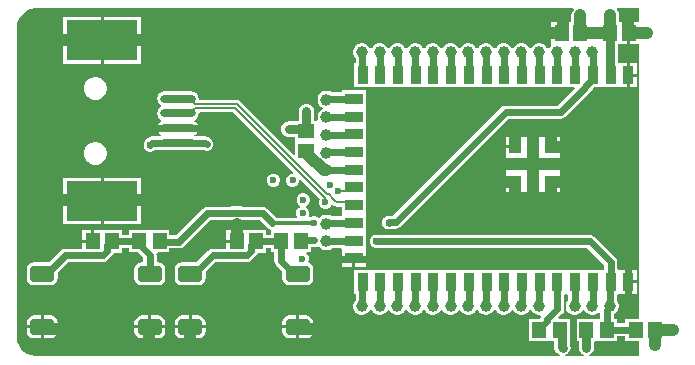
<source format=gtl>
G04*
G04 #@! TF.GenerationSoftware,Altium Limited,Altium Designer,22.10.1 (41)*
G04*
G04 Layer_Physical_Order=1*
G04 Layer_Color=255*
%FSLAX25Y25*%
%MOIN*%
G70*
G04*
G04 #@! TF.SameCoordinates,E8527AC8-6374-4482-B45D-AD16E201B1AE*
G04*
G04*
G04 #@! TF.FilePolarity,Positive*
G04*
G01*
G75*
%ADD16R,0.04331X0.04331*%
%ADD17R,0.05906X0.03543*%
%ADD18R,0.03543X0.05906*%
%ADD24R,0.05118X0.05512*%
%ADD25R,0.23779X0.13386*%
%ADD26O,0.11811X0.02756*%
%ADD27C,0.03937*%
%ADD28R,0.04528X0.05315*%
%ADD29R,0.05315X0.04528*%
G04:AMPARAMS|DCode=30|XSize=55.12mil|YSize=82.68mil|CornerRadius=13.78mil|HoleSize=0mil|Usage=FLASHONLY|Rotation=90.000|XOffset=0mil|YOffset=0mil|HoleType=Round|Shape=RoundedRectangle|*
%AMROUNDEDRECTD30*
21,1,0.05512,0.05512,0,0,90.0*
21,1,0.02756,0.08268,0,0,90.0*
1,1,0.02756,0.02756,0.01378*
1,1,0.02756,0.02756,-0.01378*
1,1,0.02756,-0.02756,-0.01378*
1,1,0.02756,-0.02756,0.01378*
%
%ADD30ROUNDEDRECTD30*%
%ADD31C,0.03937*%
%ADD32C,0.00826*%
%ADD33C,0.02362*%
%ADD34C,0.01181*%
%ADD35C,0.03150*%
%ADD36C,0.02362*%
G36*
X358108Y220783D02*
X355224D01*
Y217028D01*
Y213272D01*
X358108D01*
Y121866D01*
X353528D01*
Y120334D01*
X350705D01*
Y121768D01*
X349665D01*
Y123272D01*
X350248Y123609D01*
X350801Y124162D01*
X351191Y124838D01*
X351394Y125593D01*
Y126375D01*
X351191Y127130D01*
X350801Y127807D01*
X350747Y127860D01*
Y129788D01*
X351101Y130142D01*
X351756Y130142D01*
X351894Y130142D01*
X354028D01*
Y134095D01*
Y138047D01*
X351894D01*
X351756Y138047D01*
X351346D01*
X350846Y138265D01*
Y140649D01*
X350846Y140650D01*
X350677Y141501D01*
X350195Y142222D01*
X350195Y142222D01*
X343206Y149210D01*
X342485Y149692D01*
X341634Y149862D01*
X341634Y149862D01*
X270571D01*
X270356Y149819D01*
X270137D01*
X269935Y149735D01*
X269720Y149692D01*
X269538Y149571D01*
X269335Y149487D01*
X269180Y149332D01*
X268998Y149210D01*
X268877Y149028D01*
X268722Y148873D01*
X268638Y148671D01*
X268516Y148489D01*
X268474Y148274D01*
X268390Y148072D01*
Y147853D01*
X268347Y147638D01*
X268390Y147423D01*
Y147204D01*
X268474Y147002D01*
X268516Y146787D01*
X268638Y146605D01*
X268722Y146402D01*
X268877Y146247D01*
X268998Y146065D01*
X269180Y145944D01*
X269335Y145789D01*
X269538Y145705D01*
X269720Y145583D01*
X269935Y145540D01*
X270137Y145457D01*
X270356D01*
X270571Y145414D01*
X340713D01*
X346398Y139728D01*
Y138047D01*
X345850D01*
Y138047D01*
X345488D01*
Y138047D01*
X339945D01*
Y138047D01*
X339583D01*
Y138047D01*
X334177D01*
X334039Y138047D01*
X333677D01*
X333539Y138047D01*
X328134D01*
Y138047D01*
X327772D01*
Y138047D01*
X322228D01*
Y138047D01*
X321866D01*
Y138047D01*
X316323D01*
Y138047D01*
X315961D01*
Y138047D01*
X310417D01*
Y138047D01*
X310055D01*
Y138047D01*
X304512D01*
Y138047D01*
X304150D01*
Y138047D01*
X298606D01*
Y138047D01*
X298244D01*
Y138047D01*
X292701D01*
Y138047D01*
X292339D01*
Y138047D01*
X286795D01*
Y138047D01*
X286433D01*
Y138047D01*
X280890D01*
Y138047D01*
X280527D01*
Y138047D01*
X274984D01*
Y138047D01*
X274622D01*
Y138047D01*
X269079D01*
Y138047D01*
X268717D01*
Y138047D01*
X263173D01*
Y130142D01*
X263623D01*
Y128057D01*
X263373Y127807D01*
X262982Y127130D01*
X262779Y126375D01*
Y125593D01*
X262982Y124838D01*
X263373Y124162D01*
X263925Y123609D01*
X264602Y123218D01*
X265357Y123016D01*
X266139D01*
X266894Y123218D01*
X267571Y123609D01*
X268123Y124162D01*
X268424Y124683D01*
X268498Y124707D01*
X268904D01*
X268977Y124683D01*
X269278Y124162D01*
X269831Y123609D01*
X270508Y123218D01*
X271263Y123016D01*
X272044D01*
X272799Y123218D01*
X273476Y123609D01*
X274029Y124162D01*
X274330Y124683D01*
X274403Y124707D01*
X274809D01*
X274883Y124683D01*
X275184Y124162D01*
X275736Y123609D01*
X276413Y123218D01*
X277168Y123016D01*
X277950D01*
X278705Y123218D01*
X279382Y123609D01*
X279935Y124162D01*
X280236Y124683D01*
X280309Y124707D01*
X280715D01*
X280788Y124683D01*
X281089Y124162D01*
X281642Y123609D01*
X282319Y123218D01*
X283074Y123016D01*
X283855D01*
X284610Y123218D01*
X285287Y123609D01*
X285840Y124162D01*
X286141Y124683D01*
X286214Y124707D01*
X286620D01*
X286694Y124683D01*
X286995Y124162D01*
X287547Y123609D01*
X288224Y123218D01*
X288979Y123016D01*
X289761D01*
X290516Y123218D01*
X291193Y123609D01*
X291745Y124162D01*
X292046Y124683D01*
X292120Y124707D01*
X292526D01*
X292599Y124683D01*
X292900Y124162D01*
X293453Y123609D01*
X294130Y123218D01*
X294885Y123016D01*
X295666D01*
X296421Y123218D01*
X297098Y123609D01*
X297651Y124162D01*
X297952Y124683D01*
X298025Y124707D01*
X298431D01*
X298505Y124683D01*
X298806Y124162D01*
X299358Y123609D01*
X300035Y123218D01*
X300790Y123016D01*
X301572D01*
X302327Y123218D01*
X303004Y123609D01*
X303556Y124162D01*
X303857Y124683D01*
X303931Y124707D01*
X304337D01*
X304410Y124683D01*
X304711Y124162D01*
X305264Y123609D01*
X305941Y123218D01*
X306696Y123016D01*
X307477D01*
X308232Y123218D01*
X308909Y123609D01*
X309462Y124162D01*
X309763Y124683D01*
X309836Y124707D01*
X310243D01*
X310316Y124683D01*
X310617Y124162D01*
X311169Y123609D01*
X311846Y123218D01*
X312601Y123016D01*
X313383D01*
X314138Y123218D01*
X314815Y123609D01*
X315368Y124162D01*
X315669Y124683D01*
X315742Y124707D01*
X316148D01*
X316221Y124683D01*
X316522Y124162D01*
X317075Y123609D01*
X317752Y123218D01*
X318507Y123016D01*
X319288D01*
X320043Y123218D01*
X320720Y123609D01*
X321273Y124162D01*
X321574Y124683D01*
X321647Y124707D01*
X322054D01*
X322127Y124683D01*
X322428Y124162D01*
X322980Y123609D01*
X323657Y123218D01*
X324412Y123016D01*
X325194D01*
X325504Y122581D01*
X325406Y122434D01*
X325361Y122207D01*
X324922Y121768D01*
X321539D01*
Y114453D01*
X327929D01*
X328067Y114453D01*
Y114453D01*
X328429D01*
Y114453D01*
X329785D01*
Y112500D01*
X329873Y111828D01*
X330133Y111202D01*
X330545Y110664D01*
X330841Y110368D01*
X331379Y109956D01*
X331785Y109787D01*
X331686Y109287D01*
X156805D01*
X155481Y109551D01*
X154234Y110067D01*
X153111Y110818D01*
X152156Y111772D01*
X151406Y112895D01*
X150889Y114142D01*
X150626Y115467D01*
Y116142D01*
Y218504D01*
Y219179D01*
X150889Y220503D01*
X151406Y221751D01*
X152156Y222873D01*
X153111Y223828D01*
X154234Y224578D01*
X155481Y225095D01*
X156805Y225358D01*
X336075D01*
X336318Y224858D01*
X335990Y224430D01*
X335691Y223708D01*
X335589Y222933D01*
Y220783D01*
X332784D01*
Y217028D01*
X332283D01*
Y216528D01*
X328724D01*
Y213272D01*
X328724Y213272D01*
X328724D01*
X328673Y212793D01*
X328333Y212453D01*
X328032Y211931D01*
X327959Y211907D01*
X327553D01*
X327480Y211931D01*
X327179Y212453D01*
X326626Y213005D01*
X325949Y213396D01*
X325194Y213598D01*
X324412D01*
X323657Y213396D01*
X322980Y213005D01*
X322428Y212453D01*
X322127Y211931D01*
X322054Y211907D01*
X321647D01*
X321574Y211931D01*
X321273Y212453D01*
X320720Y213005D01*
X320043Y213396D01*
X319288Y213598D01*
X318507D01*
X317752Y213396D01*
X317075Y213005D01*
X316522Y212453D01*
X316221Y211931D01*
X316148Y211907D01*
X315742D01*
X315669Y211931D01*
X315368Y212453D01*
X314815Y213005D01*
X314138Y213396D01*
X313383Y213598D01*
X312601D01*
X311846Y213396D01*
X311169Y213005D01*
X310617Y212453D01*
X310316Y211931D01*
X310243Y211907D01*
X309836D01*
X309763Y211931D01*
X309462Y212453D01*
X308909Y213005D01*
X308232Y213396D01*
X307477Y213598D01*
X306696D01*
X305941Y213396D01*
X305264Y213005D01*
X304711Y212453D01*
X304410Y211931D01*
X304337Y211907D01*
X303931D01*
X303857Y211931D01*
X303556Y212453D01*
X303004Y213005D01*
X302327Y213396D01*
X301572Y213598D01*
X300790D01*
X300035Y213396D01*
X299358Y213005D01*
X298806Y212453D01*
X298505Y211931D01*
X298431Y211907D01*
X298025D01*
X297952Y211931D01*
X297651Y212453D01*
X297098Y213005D01*
X296421Y213396D01*
X295666Y213598D01*
X294885D01*
X294130Y213396D01*
X293453Y213005D01*
X292900Y212453D01*
X292599Y211931D01*
X292526Y211907D01*
X292120D01*
X292046Y211931D01*
X291745Y212453D01*
X291193Y213005D01*
X290516Y213396D01*
X289761Y213598D01*
X288979D01*
X288224Y213396D01*
X287547Y213005D01*
X286995Y212453D01*
X286694Y211931D01*
X286620Y211907D01*
X286214D01*
X286141Y211931D01*
X285840Y212453D01*
X285287Y213005D01*
X284610Y213396D01*
X283855Y213598D01*
X283074D01*
X282319Y213396D01*
X281642Y213005D01*
X281089Y212453D01*
X280788Y211931D01*
X280715Y211907D01*
X280309D01*
X280236Y211931D01*
X279935Y212453D01*
X279382Y213005D01*
X278705Y213396D01*
X277950Y213598D01*
X277168D01*
X276413Y213396D01*
X275736Y213005D01*
X275184Y212453D01*
X274883Y211931D01*
X274809Y211907D01*
X274403D01*
X274330Y211931D01*
X274029Y212453D01*
X273476Y213005D01*
X272799Y213396D01*
X272044Y213598D01*
X271263D01*
X270508Y213396D01*
X269831Y213005D01*
X269278Y212453D01*
X268977Y211931D01*
X268904Y211907D01*
X268498D01*
X268424Y211931D01*
X268123Y212453D01*
X267571Y213005D01*
X266894Y213396D01*
X266139Y213598D01*
X265357D01*
X264602Y213396D01*
X263925Y213005D01*
X263373Y212453D01*
X262982Y211776D01*
X262779Y211021D01*
Y210239D01*
X262982Y209484D01*
X263373Y208807D01*
X263623Y208557D01*
Y206945D01*
X263173D01*
Y199039D01*
X268717D01*
Y199039D01*
X269079D01*
Y199039D01*
X274622D01*
Y199039D01*
X274984D01*
Y199039D01*
X280527D01*
Y199039D01*
X280890D01*
Y199039D01*
X286433D01*
Y199039D01*
X286795D01*
Y199039D01*
X292339D01*
Y199039D01*
X292701D01*
Y199039D01*
X298244D01*
Y199039D01*
X298606D01*
Y199039D01*
X304150D01*
Y199039D01*
X304512D01*
Y199039D01*
X310055D01*
Y199039D01*
X310417D01*
Y199039D01*
X315961D01*
Y199039D01*
X316323D01*
Y199039D01*
X321866D01*
Y199039D01*
X322228D01*
Y199039D01*
X327772D01*
Y199039D01*
X328134D01*
Y199039D01*
X333677D01*
Y199039D01*
X334039D01*
Y199039D01*
X336568D01*
X336760Y198577D01*
X331056Y192873D01*
X313681D01*
X313681Y192874D01*
X312830Y192704D01*
X312109Y192222D01*
X312109Y192222D01*
X276047Y156161D01*
X274705D01*
X274705Y156161D01*
X273854Y155992D01*
X273445Y155718D01*
X273371Y155688D01*
X273314Y155631D01*
X273132Y155509D01*
X273132Y155509D01*
X273034Y155411D01*
X272912Y155229D01*
X272757Y155074D01*
X272673Y154872D01*
X272552Y154690D01*
X272509Y154475D01*
X272425Y154272D01*
Y154053D01*
X272382Y153839D01*
X272425Y153624D01*
Y153405D01*
X272509Y153202D01*
X272552Y152988D01*
X272673Y152805D01*
X272757Y152603D01*
X272912Y152448D01*
X273034Y152266D01*
X273216Y152144D01*
X273371Y151989D01*
X273573Y151906D01*
X273755Y151784D01*
X273970Y151741D01*
X274172Y151657D01*
X274391D01*
X274606Y151615D01*
X274821Y151657D01*
X275040D01*
X275175Y151713D01*
X276968D01*
X276969Y151713D01*
X277819Y151883D01*
X278541Y152365D01*
X314602Y188426D01*
X331977D01*
X331977Y188426D01*
X332828Y188595D01*
X333549Y189077D01*
X342124Y197652D01*
X342124Y197652D01*
X342606Y198373D01*
X342651Y198600D01*
X343090Y199039D01*
X345488D01*
Y199039D01*
X345850D01*
Y199039D01*
X351256D01*
X351394Y199039D01*
X351756D01*
X351894Y199039D01*
X354028D01*
Y202992D01*
Y206945D01*
X351474Y206945D01*
X351121Y207298D01*
Y213272D01*
X354224D01*
Y217028D01*
Y220783D01*
X351419D01*
Y222933D01*
X351317Y223708D01*
X351018Y224430D01*
X350690Y224858D01*
X350932Y225358D01*
X358108D01*
Y220783D01*
D02*
G37*
G36*
X334039Y130142D02*
X334489Y129771D01*
Y128057D01*
X334239Y127807D01*
X333848Y127130D01*
X333646Y126375D01*
Y125593D01*
X333848Y124838D01*
X334239Y124162D01*
X334791Y123609D01*
X335468Y123218D01*
X336223Y123016D01*
X337005D01*
X337760Y123218D01*
X338437Y123609D01*
X338990Y124162D01*
X339291Y124683D01*
X339364Y124707D01*
X339770D01*
X339843Y124683D01*
X340144Y124162D01*
X340697Y123609D01*
X341374Y123218D01*
X342129Y123016D01*
X342911D01*
X343666Y123218D01*
X344342Y123609D01*
X344717Y123984D01*
X345217Y123776D01*
Y121768D01*
X344315D01*
X344177Y121768D01*
X343815D01*
X343677Y121768D01*
X337287D01*
Y114453D01*
X337954D01*
Y112205D01*
X338043Y111533D01*
X338302Y110906D01*
X338715Y110368D01*
X339253Y109956D01*
X339659Y109787D01*
X339560Y109287D01*
X333669D01*
X333569Y109787D01*
X333976Y109956D01*
X334513Y110368D01*
X334926Y110906D01*
X335186Y111533D01*
X335274Y112205D01*
X335186Y112877D01*
X334979Y113376D01*
Y117421D01*
X334957Y117590D01*
Y121768D01*
X331444D01*
X331252Y122230D01*
X332478Y123456D01*
X332960Y124177D01*
X333129Y125028D01*
X333129Y125028D01*
Y129788D01*
X333483Y130142D01*
X334039Y130142D01*
D02*
G37*
G36*
X353528Y114354D02*
X358108D01*
Y109287D01*
X341543D01*
X341443Y109787D01*
X341850Y109956D01*
X342388Y110368D01*
X342800Y110906D01*
X343060Y111533D01*
X343148Y112205D01*
Y114099D01*
X343502Y114453D01*
X344177Y114453D01*
X344315Y114453D01*
X350705D01*
Y115886D01*
X353528D01*
Y114354D01*
D02*
G37*
%LPC*%
G36*
X331784Y220783D02*
X328724D01*
Y217528D01*
X331784D01*
Y220783D01*
D02*
G37*
G36*
X192024Y222260D02*
X179634D01*
Y215067D01*
X192024D01*
Y222260D01*
D02*
G37*
G36*
X178634D02*
X166244D01*
Y215067D01*
X178634D01*
Y222260D01*
D02*
G37*
G36*
X192024Y214067D02*
X179634D01*
Y206874D01*
X192024D01*
Y214067D01*
D02*
G37*
G36*
X178634D02*
X166244D01*
Y206874D01*
X178634D01*
Y214067D01*
D02*
G37*
G36*
X355028Y206945D02*
Y203492D01*
X357299D01*
Y206945D01*
X355028D01*
D02*
G37*
G36*
X357299Y202492D02*
X355028D01*
Y199039D01*
X357299D01*
Y202492D01*
D02*
G37*
G36*
X266945Y197890D02*
X259039D01*
Y197224D01*
X255793D01*
X255760Y197257D01*
X255083Y197648D01*
X254328Y197850D01*
X253546D01*
X252791Y197648D01*
X252114Y197257D01*
X251562Y196705D01*
X251171Y196028D01*
X250969Y195273D01*
Y194491D01*
X251171Y193736D01*
X251562Y193059D01*
X252114Y192507D01*
X252636Y192206D01*
X252660Y192132D01*
Y191726D01*
X252636Y191653D01*
X252114Y191352D01*
X251562Y190799D01*
X251171Y190122D01*
X250969Y189367D01*
Y188586D01*
X251060Y188246D01*
X250658Y187811D01*
X249841D01*
Y190945D01*
X249753Y191617D01*
X249493Y192243D01*
X249080Y192781D01*
X248543Y193194D01*
X247916Y193453D01*
X247244Y193542D01*
X246572Y193453D01*
X245946Y193194D01*
X245408Y192781D01*
X244995Y192243D01*
X244736Y191617D01*
X244647Y190945D01*
Y187811D01*
X243587D01*
Y187636D01*
X241339D01*
X240666Y187548D01*
X240040Y187288D01*
X239502Y186876D01*
X239089Y186338D01*
X238830Y185712D01*
X238742Y185039D01*
X238830Y184367D01*
X239089Y183741D01*
X239502Y183203D01*
X240040Y182790D01*
X240666Y182531D01*
X241339Y182442D01*
X243587D01*
Y181421D01*
X243587Y181283D01*
Y180921D01*
X243587Y180783D01*
Y176427D01*
X243125Y176236D01*
X224962Y194399D01*
X224495Y194711D01*
X223943Y194821D01*
X223943Y194821D01*
X211654D01*
X211362Y195177D01*
X211177Y196105D01*
X210651Y196892D01*
X209865Y197417D01*
X208937Y197602D01*
X199882D01*
X198954Y197417D01*
X198168Y196892D01*
X197642Y196105D01*
X197457Y195177D01*
X197642Y194249D01*
X198168Y193463D01*
X198875Y192990D01*
X198919Y192717D01*
X198875Y192443D01*
X198168Y191970D01*
X197642Y191184D01*
X197457Y190256D01*
X197642Y189328D01*
X198168Y188541D01*
X198875Y188069D01*
X198919Y187795D01*
X198875Y187522D01*
X198168Y187049D01*
X197642Y186263D01*
X197557Y185835D01*
X204409D01*
X211262D01*
X211177Y186263D01*
X210651Y187049D01*
X209944Y187522D01*
X209900Y187795D01*
X209944Y188069D01*
X210651Y188541D01*
X211177Y189328D01*
X211362Y190256D01*
X211654Y190612D01*
X222797D01*
X242815Y170595D01*
X242608Y170095D01*
X242184D01*
X241383Y169762D01*
X240769Y169149D01*
X240437Y168347D01*
Y167480D01*
X240769Y166678D01*
X241383Y166064D01*
X242184Y165732D01*
X243052D01*
X243854Y166064D01*
X244467Y166678D01*
X244799Y167480D01*
Y167903D01*
X245299Y168110D01*
X251621Y161788D01*
X251362Y161162D01*
Y160294D01*
X251694Y159493D01*
X252308Y158879D01*
X253110Y158547D01*
X253977D01*
X254779Y158879D01*
X255392Y159493D01*
X255506Y159766D01*
X255984Y159912D01*
X256070Y159854D01*
X256211Y159826D01*
X256497Y159541D01*
X256497Y159541D01*
X256964Y159228D01*
X257516Y159118D01*
X257516Y159118D01*
X259039D01*
Y157051D01*
X259039Y156913D01*
Y156551D01*
X259039Y156413D01*
Y155885D01*
X255793D01*
X255760Y155919D01*
X255083Y156309D01*
X254328Y156512D01*
X253546D01*
X252791Y156309D01*
X252114Y155919D01*
X251562Y155366D01*
X251296Y155331D01*
X251028Y155600D01*
X250226Y155932D01*
X249359D01*
X248557Y155600D01*
X248540Y155583D01*
X248268Y155623D01*
X247979Y156153D01*
X248146Y156554D01*
Y157422D01*
X247814Y158224D01*
X247200Y158837D01*
X247069Y158891D01*
Y159433D01*
X247397Y159568D01*
X248010Y160182D01*
X248342Y160984D01*
Y161851D01*
X248010Y162653D01*
X247397Y163266D01*
X246595Y163598D01*
X245728D01*
X244926Y163266D01*
X244312Y162653D01*
X243980Y161851D01*
Y160984D01*
X244312Y160182D01*
X244926Y159568D01*
X245057Y159514D01*
Y158973D01*
X244729Y158837D01*
X244115Y158224D01*
X243783Y157422D01*
Y156554D01*
X244066Y155872D01*
X243843Y155372D01*
X237296D01*
X234191Y158478D01*
X233469Y158960D01*
X232618Y159129D01*
X232618Y159129D01*
X226180D01*
X225467Y159271D01*
X225467Y159271D01*
X222564D01*
X222564Y159271D01*
X221852Y159129D01*
X214189D01*
X214189Y159129D01*
X213338Y158960D01*
X212616Y158478D01*
X212616Y158478D01*
X203902Y149763D01*
X201591D01*
Y151295D01*
X195063D01*
X195063Y151295D01*
X194701D01*
Y151295D01*
X194563Y151295D01*
X188173D01*
Y149862D01*
X185843D01*
Y151394D01*
X176484D01*
Y147638D01*
X175984D01*
Y147138D01*
X172425D01*
Y145137D01*
X166732D01*
X166732Y145137D01*
X165881Y144968D01*
X165160Y144486D01*
X161287Y140613D01*
X156496D01*
X155568Y140429D01*
X154782Y139903D01*
X154256Y139117D01*
X154071Y138189D01*
Y135433D01*
X154256Y134505D01*
X154782Y133719D01*
X155568Y133193D01*
X156496Y133009D01*
X162008D01*
X162936Y133193D01*
X163722Y133719D01*
X164248Y134505D01*
X164432Y135433D01*
Y137469D01*
X167653Y140690D01*
X179359D01*
X179359Y140690D01*
X180210Y140859D01*
X180931Y141341D01*
X182478Y142888D01*
X182478Y142888D01*
X182960Y143609D01*
X183014Y143882D01*
X185843D01*
Y145414D01*
X188173D01*
Y143980D01*
X191064D01*
X192855Y142189D01*
Y140613D01*
X192323D01*
X191395Y140429D01*
X190608Y139903D01*
X190083Y139117D01*
X189898Y138189D01*
Y135433D01*
X190083Y134505D01*
X190608Y133719D01*
X191395Y133193D01*
X192323Y133009D01*
X197835D01*
X198763Y133193D01*
X199549Y133719D01*
X200075Y134505D01*
X200259Y135433D01*
Y138189D01*
X200075Y139117D01*
X199549Y139903D01*
X198763Y140429D01*
X197835Y140613D01*
X197303D01*
Y143110D01*
X197229Y143480D01*
X197639Y143980D01*
X201591D01*
Y145316D01*
X204823D01*
X204823Y145316D01*
X205674Y145485D01*
X206395Y145967D01*
X215110Y154682D01*
X222423D01*
X222423Y154682D01*
X223135Y154823D01*
X224896D01*
X225609Y154682D01*
X225609Y154682D01*
X231697D01*
X234201Y152178D01*
X234922Y151696D01*
X235095Y151662D01*
X235417Y151295D01*
X235417Y151228D01*
Y149862D01*
X233874D01*
Y151394D01*
X224516D01*
Y147638D01*
X224016D01*
Y147138D01*
X220457D01*
Y145137D01*
X215945D01*
X215945Y145137D01*
X215094Y144968D01*
X214372Y144486D01*
X210500Y140613D01*
X205709D01*
X204781Y140429D01*
X203994Y139903D01*
X203469Y139117D01*
X203284Y138189D01*
Y135433D01*
X203469Y134505D01*
X203994Y133719D01*
X204781Y133193D01*
X205709Y133009D01*
X211221D01*
X212148Y133193D01*
X212935Y133719D01*
X213460Y134505D01*
X213645Y135433D01*
Y137469D01*
X216866Y140690D01*
X227390D01*
X227390Y140690D01*
X228241Y140859D01*
X228963Y141341D01*
X230509Y142888D01*
X230509Y142888D01*
X230992Y143609D01*
X231046Y143882D01*
X233874D01*
Y145414D01*
X235417D01*
Y143980D01*
X236457D01*
Y141150D01*
X236457Y141150D01*
X236627Y140299D01*
X237109Y139577D01*
X239111Y137575D01*
Y135433D01*
X239295Y134505D01*
X239821Y133719D01*
X240608Y133193D01*
X241535Y133009D01*
X247047D01*
X247975Y133193D01*
X248762Y133719D01*
X249287Y134505D01*
X249472Y135433D01*
Y138189D01*
X249287Y139117D01*
X248762Y139903D01*
X247975Y140429D01*
X247776Y140979D01*
X247949Y141397D01*
Y142265D01*
X247617Y143066D01*
X247203Y143480D01*
X247410Y143980D01*
X248835D01*
Y145681D01*
X249796D01*
X250011Y145724D01*
X250230D01*
X250432Y145808D01*
X250647Y145850D01*
X250829Y145972D01*
X251031Y146056D01*
X251538Y145856D01*
X251562Y145815D01*
X252114Y145262D01*
X252791Y144872D01*
X253546Y144669D01*
X254328D01*
X255083Y144872D01*
X255760Y145262D01*
X256029Y145532D01*
X258686D01*
X259039Y145178D01*
X259039Y144740D01*
X259039Y144602D01*
Y142469D01*
X262992D01*
X266945D01*
Y144602D01*
X266945Y144740D01*
Y145102D01*
X266945Y145240D01*
Y150646D01*
X266945D01*
Y151008D01*
X266945D01*
Y156413D01*
X266945Y156551D01*
Y156913D01*
X266945Y157051D01*
Y162457D01*
X266945Y162457D01*
Y162819D01*
X266945D01*
X266945Y162957D01*
Y168362D01*
X266945D01*
Y168724D01*
X266945D01*
Y174268D01*
X266945D01*
Y174630D01*
X266945D01*
Y180173D01*
X266945D01*
Y180535D01*
X266945D01*
Y186079D01*
X266945D01*
Y186441D01*
X266945D01*
Y191984D01*
X266945D01*
Y192347D01*
X266945D01*
Y197890D01*
D02*
G37*
G36*
X177345Y202378D02*
X176356D01*
X175401Y202122D01*
X174544Y201627D01*
X173845Y200928D01*
X173351Y200072D01*
X173094Y199117D01*
Y198128D01*
X173351Y197172D01*
X173845Y196316D01*
X174544Y195617D01*
X175401Y195122D01*
X176356Y194866D01*
X177345D01*
X178300Y195122D01*
X179157Y195617D01*
X179856Y196316D01*
X180350Y197172D01*
X180606Y198128D01*
Y199117D01*
X180350Y200072D01*
X179856Y200928D01*
X179157Y201627D01*
X178300Y202122D01*
X177345Y202378D01*
D02*
G37*
G36*
X211262Y184835D02*
X204409D01*
X197557D01*
X197642Y184407D01*
X198168Y183620D01*
X198555Y183361D01*
X198676Y182716D01*
X198568Y182562D01*
X195791D01*
X195791Y182562D01*
X194940Y182393D01*
X194218Y181911D01*
X194218Y181911D01*
X193605Y181297D01*
X193483Y181115D01*
X193328Y180960D01*
X193244Y180757D01*
X193123Y180575D01*
X193080Y180361D01*
X192996Y180158D01*
Y179939D01*
X192953Y179724D01*
X192996Y179510D01*
Y179291D01*
X193080Y179088D01*
X193123Y178873D01*
X193244Y178691D01*
X193328Y178489D01*
X193483Y178334D01*
X193605Y178152D01*
X193787Y178030D01*
X193942Y177875D01*
X194144Y177792D01*
X194326Y177670D01*
X194541Y177627D01*
X194743Y177543D01*
X194962D01*
X195177Y177501D01*
X195392Y177543D01*
X195611D01*
X195813Y177627D01*
X196028Y177670D01*
X196210Y177792D01*
X196413Y177875D01*
X196567Y178030D01*
X196693Y178114D01*
X199252D01*
X199882Y177989D01*
X208937D01*
X209865Y178173D01*
X209889Y178190D01*
X212722D01*
X212749Y178163D01*
X212951Y178079D01*
X213133Y177957D01*
X213348Y177915D01*
X213550Y177831D01*
X213769D01*
X213984Y177788D01*
X214199Y177831D01*
X214418D01*
X214620Y177915D01*
X214835Y177957D01*
X215017Y178079D01*
X215220Y178163D01*
X215375Y178318D01*
X215557Y178439D01*
X215678Y178621D01*
X215833Y178776D01*
X215917Y178979D01*
X216039Y179161D01*
X216082Y179376D01*
X216165Y179578D01*
Y179797D01*
X216208Y180012D01*
X216165Y180227D01*
Y180446D01*
X216082Y180648D01*
X216039Y180863D01*
X215917Y181045D01*
X215833Y181247D01*
X215678Y181402D01*
X215557Y181584D01*
X215155Y181986D01*
X214434Y182468D01*
X213583Y182637D01*
X213583Y182637D01*
X210164D01*
X209937Y183106D01*
X209944Y183148D01*
X210651Y183620D01*
X211177Y184407D01*
X211262Y184835D01*
D02*
G37*
G36*
X331906Y182299D02*
X329240D01*
Y179634D01*
X331906D01*
Y182299D01*
D02*
G37*
G36*
X316429D02*
X313764D01*
Y179634D01*
X316429D01*
Y182299D01*
D02*
G37*
G36*
X328240D02*
X323335D01*
Y179134D01*
X322335D01*
Y182299D01*
X317429D01*
Y179134D01*
X316929D01*
Y178634D01*
X313764D01*
Y175969D01*
Y173728D01*
X316929D01*
Y172728D01*
X313764D01*
Y170063D01*
Y167823D01*
X316929D01*
Y167323D01*
X317429D01*
Y164157D01*
X322335D01*
Y167323D01*
X323335D01*
Y164157D01*
X328240D01*
Y167323D01*
X328740D01*
Y167823D01*
X331906D01*
Y170063D01*
Y172728D01*
X328740D01*
Y173728D01*
X331906D01*
Y175969D01*
Y178634D01*
X328740D01*
Y179134D01*
X328240D01*
Y182299D01*
D02*
G37*
G36*
X177345Y180724D02*
X176356D01*
X175401Y180468D01*
X174544Y179974D01*
X173845Y179275D01*
X173351Y178418D01*
X173094Y177463D01*
Y176474D01*
X173351Y175519D01*
X173845Y174662D01*
X174544Y173963D01*
X175401Y173469D01*
X176356Y173213D01*
X177345D01*
X178300Y173469D01*
X179157Y173963D01*
X179856Y174662D01*
X180350Y175519D01*
X180606Y176474D01*
Y177463D01*
X180350Y178418D01*
X179856Y179275D01*
X179157Y179974D01*
X178300Y180468D01*
X177345Y180724D01*
D02*
G37*
G36*
X236654Y170193D02*
X235787D01*
X234985Y169861D01*
X234371Y169247D01*
X234039Y168446D01*
Y167578D01*
X234371Y166776D01*
X234985Y166163D01*
X235787Y165831D01*
X236654D01*
X237456Y166163D01*
X238070Y166776D01*
X238402Y167578D01*
Y168446D01*
X238070Y169247D01*
X237456Y169861D01*
X236654Y170193D01*
D02*
G37*
G36*
X331906Y166823D02*
X329240D01*
Y164157D01*
X331906D01*
Y166823D01*
D02*
G37*
G36*
X316429D02*
X313764D01*
Y164157D01*
X316429D01*
Y166823D01*
D02*
G37*
G36*
X192024Y168717D02*
X179634D01*
Y161524D01*
X192024D01*
Y168717D01*
D02*
G37*
G36*
X178634D02*
X166244D01*
Y161524D01*
X178634D01*
Y168717D01*
D02*
G37*
G36*
X192024Y160524D02*
X179634D01*
Y153331D01*
X192024D01*
Y160524D01*
D02*
G37*
G36*
X178634D02*
X166244D01*
Y153331D01*
X178634D01*
Y160524D01*
D02*
G37*
G36*
X175484Y151394D02*
X172425D01*
Y148138D01*
X175484D01*
Y151394D01*
D02*
G37*
G36*
X223516D02*
X220457D01*
Y148138D01*
X223516D01*
Y151394D01*
D02*
G37*
G36*
X266945Y141469D02*
X263492D01*
Y139197D01*
X266945D01*
Y141469D01*
D02*
G37*
G36*
X262492D02*
X259039D01*
Y139197D01*
X262492D01*
Y141469D01*
D02*
G37*
G36*
X355028Y138047D02*
Y134595D01*
X357299D01*
Y138047D01*
X355028D01*
D02*
G37*
G36*
X357299Y133595D02*
X355028D01*
Y130142D01*
X357299D01*
Y133595D01*
D02*
G37*
G36*
X247047Y122897D02*
X244791D01*
Y119595D01*
X249472D01*
Y120472D01*
X249287Y121400D01*
X248762Y122187D01*
X247975Y122712D01*
X247047Y122897D01*
D02*
G37*
G36*
X211221D02*
X208965D01*
Y119595D01*
X213645D01*
Y120472D01*
X213460Y121400D01*
X212935Y122187D01*
X212148Y122712D01*
X211221Y122897D01*
D02*
G37*
G36*
X197835D02*
X195579D01*
Y119595D01*
X200259D01*
Y120472D01*
X200075Y121400D01*
X199549Y122187D01*
X198763Y122712D01*
X197835Y122897D01*
D02*
G37*
G36*
X162008D02*
X159752D01*
Y119595D01*
X164432D01*
Y120472D01*
X164248Y121400D01*
X163722Y122187D01*
X162936Y122712D01*
X162008Y122897D01*
D02*
G37*
G36*
X243791D02*
X241535D01*
X240608Y122712D01*
X239821Y122187D01*
X239295Y121400D01*
X239111Y120472D01*
Y119595D01*
X243791D01*
Y122897D01*
D02*
G37*
G36*
X207965D02*
X205709D01*
X204781Y122712D01*
X203994Y122187D01*
X203469Y121400D01*
X203284Y120472D01*
Y119595D01*
X207965D01*
Y122897D01*
D02*
G37*
G36*
X194579D02*
X192323D01*
X191395Y122712D01*
X190608Y122187D01*
X190083Y121400D01*
X189898Y120472D01*
Y119595D01*
X194579D01*
Y122897D01*
D02*
G37*
G36*
X158752D02*
X156496D01*
X155568Y122712D01*
X154782Y122187D01*
X154256Y121400D01*
X154071Y120472D01*
Y119595D01*
X158752D01*
Y122897D01*
D02*
G37*
G36*
X249472Y118595D02*
X244791D01*
Y115292D01*
X247047D01*
X247975Y115477D01*
X248762Y116002D01*
X249287Y116789D01*
X249472Y117717D01*
Y118595D01*
D02*
G37*
G36*
X243791D02*
X239111D01*
Y117717D01*
X239295Y116789D01*
X239821Y116002D01*
X240608Y115477D01*
X241535Y115292D01*
X243791D01*
Y118595D01*
D02*
G37*
G36*
X213645D02*
X208965D01*
Y115292D01*
X211221D01*
X212148Y115477D01*
X212935Y116002D01*
X213460Y116789D01*
X213645Y117717D01*
Y118595D01*
D02*
G37*
G36*
X207965D02*
X203284D01*
Y117717D01*
X203469Y116789D01*
X203994Y116002D01*
X204781Y115477D01*
X205709Y115292D01*
X207965D01*
Y118595D01*
D02*
G37*
G36*
X200259D02*
X195579D01*
Y115292D01*
X197835D01*
X198763Y115477D01*
X199549Y116002D01*
X200075Y116789D01*
X200259Y117717D01*
Y118595D01*
D02*
G37*
G36*
X194579D02*
X189898D01*
Y117717D01*
X190083Y116789D01*
X190608Y116002D01*
X191395Y115477D01*
X192323Y115292D01*
X194579D01*
Y118595D01*
D02*
G37*
G36*
X164432D02*
X159752D01*
Y115292D01*
X162008D01*
X162936Y115477D01*
X163722Y116002D01*
X164248Y116789D01*
X164432Y117717D01*
Y118595D01*
D02*
G37*
G36*
X158752D02*
X154071D01*
Y117717D01*
X154256Y116789D01*
X154782Y116002D01*
X155568Y115477D01*
X156496Y115292D01*
X158752D01*
Y118595D01*
D02*
G37*
%LPD*%
D16*
X316929Y167323D02*
D03*
Y173228D02*
D03*
Y179134D02*
D03*
X322835Y167323D02*
D03*
Y173228D02*
D03*
Y179134D02*
D03*
X328740Y167323D02*
D03*
Y173228D02*
D03*
Y179134D02*
D03*
D17*
X262992Y141969D02*
D03*
Y147874D02*
D03*
Y153779D02*
D03*
Y159685D02*
D03*
Y165591D02*
D03*
Y171496D02*
D03*
Y177402D02*
D03*
Y183307D02*
D03*
Y189213D02*
D03*
Y195118D02*
D03*
D18*
X354528Y134095D02*
D03*
X348622D02*
D03*
X342717D02*
D03*
X336811D02*
D03*
X330906D02*
D03*
X325000D02*
D03*
X319094D02*
D03*
X313189D02*
D03*
X307283D02*
D03*
X301378D02*
D03*
X295472D02*
D03*
X289567D02*
D03*
X283661D02*
D03*
X277756D02*
D03*
X271850D02*
D03*
X265945D02*
D03*
Y202992D02*
D03*
X271850D02*
D03*
X277756D02*
D03*
X283661D02*
D03*
X289567D02*
D03*
X295472D02*
D03*
X301378D02*
D03*
X307283D02*
D03*
X313189D02*
D03*
X319094D02*
D03*
X325000D02*
D03*
X330906D02*
D03*
X336811D02*
D03*
X342717D02*
D03*
X348622D02*
D03*
X354528D02*
D03*
D24*
X175984Y147638D02*
D03*
X182283D02*
D03*
X224016D02*
D03*
X230315D02*
D03*
X357087Y118110D02*
D03*
X363386D02*
D03*
X348425Y217028D02*
D03*
X354724D02*
D03*
X338583D02*
D03*
X332283D02*
D03*
D25*
X179134Y161024D02*
D03*
Y214567D02*
D03*
D26*
X204409Y185335D02*
D03*
Y190256D02*
D03*
Y195177D02*
D03*
Y180413D02*
D03*
D27*
X342520Y125984D02*
D03*
X336614D02*
D03*
X318898D02*
D03*
X312992D02*
D03*
X307087D02*
D03*
X301181D02*
D03*
X295276D02*
D03*
X289370D02*
D03*
X283465D02*
D03*
X277559D02*
D03*
X271654D02*
D03*
X265748D02*
D03*
X348425D02*
D03*
X342520Y210630D02*
D03*
X336614D02*
D03*
X324803Y125984D02*
D03*
X330709Y210630D02*
D03*
X324803D02*
D03*
X318898D02*
D03*
X312992D02*
D03*
X307087D02*
D03*
X301181D02*
D03*
X295276D02*
D03*
X289370D02*
D03*
X283465D02*
D03*
X277559D02*
D03*
X271654D02*
D03*
X265748D02*
D03*
X253937Y194882D02*
D03*
Y188976D02*
D03*
Y183071D02*
D03*
Y177165D02*
D03*
Y171260D02*
D03*
Y153543D02*
D03*
Y147638D02*
D03*
D28*
X347441Y118110D02*
D03*
X340551D02*
D03*
X324803D02*
D03*
X331693D02*
D03*
X245571Y147638D02*
D03*
X238681D02*
D03*
X198327D02*
D03*
X191437D02*
D03*
D29*
X247244Y184547D02*
D03*
Y177657D02*
D03*
D30*
X208465Y136811D02*
D03*
Y119095D02*
D03*
X244291D02*
D03*
Y136811D02*
D03*
X159252D02*
D03*
Y119095D02*
D03*
X195079D02*
D03*
Y136811D02*
D03*
D31*
X354331Y217421D02*
X354724Y217028D01*
X354331Y217421D02*
Y222933D01*
X253161Y171260D02*
X253937D01*
X247933Y176488D02*
X253161Y171260D01*
X247933Y176488D02*
Y177362D01*
X332283Y217028D02*
X332677Y217421D01*
Y222933D01*
X354724Y216535D02*
X355118Y216929D01*
X247638Y177657D02*
X247933Y177362D01*
X247244Y177657D02*
X247638D01*
X355118Y216929D02*
X360728D01*
X322835Y173228D02*
Y179134D01*
Y167323D02*
Y173228D01*
X328740D01*
X316929D02*
X322835D01*
X179134Y161024D02*
X179527Y161417D01*
X223671Y147662D02*
X224016Y147638D01*
Y153543D01*
X328740Y163386D02*
Y167323D01*
X322835Y163386D02*
Y167323D01*
X312992Y167323D02*
X316929D01*
Y163386D02*
Y167323D01*
X316929Y179134D02*
Y183071D01*
X322835Y179134D02*
Y183071D01*
X316929Y179134D02*
X316929Y179134D01*
X312992Y173228D02*
X316929D01*
X328740Y179134D02*
Y183071D01*
X179527Y161417D02*
X194882D01*
Y113287D02*
Y118898D01*
X195079Y119095D01*
X208563Y113386D02*
Y118996D01*
X208465Y119095D02*
X208563Y118996D01*
X363386Y118110D02*
X363484Y118012D01*
Y112894D02*
Y118012D01*
X363386Y118110D02*
X369390D01*
X328740Y179134D02*
X332677D01*
X328740Y173228D02*
X332677D01*
X328740Y167323D02*
X328740Y167323D01*
X332677D01*
X328740Y179134D02*
X328740Y179134D01*
X316929Y167323D02*
X316929Y167323D01*
X160039Y118307D02*
X167126D01*
X167323Y118110D01*
X159252Y119095D02*
X160039Y118307D01*
X245079D02*
X251772D01*
X244291Y119095D02*
X245079Y118307D01*
X251772D02*
X251969Y118110D01*
X163386Y161417D02*
X178740D01*
X179134Y161024D01*
X163386Y214567D02*
X179134D01*
X194882D01*
X348237Y217216D02*
X348425Y217028D01*
X343536Y217216D02*
X348237D01*
X338771D02*
X343536D01*
X338583Y217028D02*
X338771Y217216D01*
X326772Y217028D02*
X332283D01*
X338583D02*
Y222933D01*
X348425Y217028D02*
Y222933D01*
D32*
X256138Y161669D02*
X256622Y161185D01*
X256890D01*
X256138Y161669D02*
Y161803D01*
X257516Y160559D02*
X262118D01*
X256890Y161185D02*
X257516Y160559D01*
X254000Y163323D02*
X254618D01*
X223943Y193380D02*
X254000Y163323D01*
X223394Y192053D02*
X253543Y161904D01*
Y160728D02*
Y161904D01*
X254618Y163323D02*
X256138Y161803D01*
X210157Y193380D02*
X223943D01*
X262118Y160559D02*
X262992Y159685D01*
X210157Y192053D02*
X223394D01*
X257874Y164529D02*
X261336D01*
X261634Y164232D01*
X262992Y165591D01*
X209673Y193864D02*
Y193919D01*
Y193864D02*
X210157Y193380D01*
X208415Y195177D02*
X209673Y193919D01*
X204409Y195177D02*
X208415D01*
X209673Y191569D02*
X210157Y192053D01*
X204409Y190256D02*
X208415D01*
X209673Y191514D01*
Y191569D01*
D33*
X257283Y141634D02*
X262657D01*
X262992Y141969D01*
X213878Y185335D02*
X214173Y185630D01*
X195374Y185335D02*
X213878D01*
X195177Y185138D02*
X195374Y185335D01*
X195791Y180338D02*
X204334D01*
X195177Y179724D02*
X195791Y180338D01*
X228937Y144460D02*
Y146260D01*
X215945Y142913D02*
X227390D01*
X208465Y136811D02*
X209842D01*
X228937Y146260D02*
X230315Y147638D01*
X227390Y142913D02*
X228937Y144460D01*
X209842Y136811D02*
X215945Y142913D01*
X222423Y156905D02*
X222564Y157047D01*
X225609Y156905D02*
X232618D01*
X225467Y157047D02*
X225609Y156905D01*
X214189D02*
X222423D01*
X222564Y157047D02*
X225467D01*
X182283Y147638D02*
X191437D01*
X166732Y142913D02*
X179359D01*
X180905Y146260D02*
X182283Y147638D01*
X180905Y144460D02*
Y146260D01*
X179359Y142913D02*
X180905Y144460D01*
X160630Y136811D02*
X166732Y142913D01*
X159252Y136811D02*
X160630D01*
X192520Y145669D02*
Y146555D01*
X195079Y136811D02*
Y143110D01*
X192520Y145669D02*
X195079Y143110D01*
X191437Y147638D02*
X192520Y146555D01*
X243020Y136811D02*
X244291D01*
X238681Y141150D02*
X243020Y136811D01*
X238681Y141150D02*
Y147638D01*
X230315D02*
X238681D01*
X198327D02*
X198425Y147539D01*
X204823D01*
X232618Y156905D02*
X235773Y153751D01*
X204823Y147539D02*
X214189Y156905D01*
X274705Y153937D02*
X276969D01*
X313681Y190650D01*
X274606Y153839D02*
X274705Y153937D01*
X245838Y147905D02*
X249796D01*
X342717Y201811D02*
Y202992D01*
X340551Y199646D02*
X342717Y201811D01*
X340551Y199224D02*
Y199646D01*
X331977Y190650D02*
X340551Y199224D01*
X313681Y190650D02*
X331977D01*
X245571Y147638D02*
X245838Y147905D01*
X270571Y147638D02*
X341634D01*
X348622Y140650D01*
Y134095D02*
Y140650D01*
X354331Y127953D02*
Y133898D01*
X204409Y180413D02*
X213583D01*
X204334Y180338D02*
X204409Y180413D01*
X213583D02*
X213984Y180012D01*
X348425Y125558D02*
Y125984D01*
X347441Y124574D02*
X348425Y125558D01*
X347441Y118110D02*
Y124574D01*
Y118110D02*
X357087D01*
X342618Y203091D02*
Y210531D01*
Y203091D02*
X342717Y202992D01*
X342520Y210630D02*
X342618Y210531D01*
X336713Y203091D02*
Y210531D01*
Y203091D02*
X336811Y202992D01*
X336614Y210630D02*
X336713Y210531D01*
X330709Y210630D02*
X330807Y210531D01*
Y203091D02*
X330906Y202992D01*
X330807Y203091D02*
Y210531D01*
X324902Y203091D02*
X325000Y202992D01*
X324902Y203091D02*
Y210531D01*
X324803Y210630D02*
X324902Y210531D01*
X318898Y210630D02*
X318996Y210531D01*
Y203091D02*
X319094Y202992D01*
X318996Y203091D02*
Y210531D01*
X313090Y203091D02*
X313189Y202992D01*
X313090Y203091D02*
Y210531D01*
X312992Y210630D02*
X313090Y210531D01*
X307185Y203091D02*
X307283Y202992D01*
X307185Y203091D02*
Y210531D01*
X307087Y210630D02*
X307185Y210531D01*
X301279Y203091D02*
Y210531D01*
X301181Y210630D02*
X301279Y210531D01*
Y203091D02*
X301378Y202992D01*
X295276Y210630D02*
X295374Y210531D01*
Y203091D02*
X295472Y202992D01*
X295374Y203091D02*
Y210531D01*
X289469Y203091D02*
Y210531D01*
Y203091D02*
X289567Y202992D01*
X289370Y210630D02*
X289469Y210531D01*
X283563Y203091D02*
Y210531D01*
X283465Y210630D02*
X283563Y210531D01*
Y203091D02*
X283661Y202992D01*
X277658Y203091D02*
Y210531D01*
X277559Y210630D02*
X277658Y210531D01*
Y203091D02*
X277756Y202992D01*
X271752Y203091D02*
Y210531D01*
Y203091D02*
X271850Y202992D01*
X271654Y210630D02*
X271752Y210531D01*
X265748Y210630D02*
X265846Y210531D01*
Y203091D02*
X265945Y202992D01*
X265846Y203091D02*
Y210531D01*
X254055Y195000D02*
X262874D01*
X253937Y194882D02*
X254055Y195000D01*
X262874D02*
X262992Y195118D01*
X254055Y189094D02*
X262874D01*
X253937Y188976D02*
X254055Y189094D01*
X262874D02*
X262992Y189213D01*
X254055Y183189D02*
X262874D01*
X262992Y183307D01*
X253937Y183071D02*
X254055Y183189D01*
X262874Y177284D02*
X262992Y177402D01*
X254055Y177284D02*
X262874D01*
X253937Y177165D02*
X254055Y177284D01*
Y171378D02*
X262874D01*
X253937Y171260D02*
X254055Y171378D01*
X262874D02*
X262992Y171496D01*
X262874Y153661D02*
X262992Y153779D01*
X254055Y153661D02*
X262874D01*
X253937Y153543D02*
X254055Y153661D01*
Y147756D02*
X262874D01*
X262992Y147874D01*
X253937Y147638D02*
X254055Y147756D01*
X265846Y126083D02*
Y133996D01*
X265748Y125984D02*
X265846Y126083D01*
Y133996D02*
X265945Y134095D01*
X271752Y126083D02*
Y133996D01*
X271850Y134095D01*
X271654Y125984D02*
X271752Y126083D01*
X277658Y133996D02*
X277756Y134095D01*
X277658Y126083D02*
Y133996D01*
X277559Y125984D02*
X277658Y126083D01*
X283465Y125984D02*
X283563Y126083D01*
Y133996D02*
X283661Y134095D01*
X283563Y126083D02*
Y133996D01*
X289469D02*
X289567Y134095D01*
X289469Y126083D02*
Y133996D01*
X289370Y125984D02*
X289469Y126083D01*
X295374D02*
Y133996D01*
X295276Y125984D02*
X295374Y126083D01*
Y133996D02*
X295472Y134095D01*
X301181Y125984D02*
X301279Y126083D01*
Y133996D02*
X301378Y134095D01*
X301279Y126083D02*
Y133996D01*
X307185Y126083D02*
Y133996D01*
X307283Y134095D01*
X307087Y125984D02*
X307185Y126083D01*
X313090Y126083D02*
Y133996D01*
X313189Y134095D01*
X312992Y125984D02*
X313090Y126083D01*
X318996D02*
Y133996D01*
X319094Y134095D01*
X318898Y125984D02*
X318996Y126083D01*
X324803Y125984D02*
X324902Y126083D01*
Y133996D02*
X325000Y134095D01*
X324902Y126083D02*
Y133996D01*
X327461Y121583D02*
X330906Y125028D01*
X327461Y121161D02*
Y121583D01*
X324803Y118504D02*
X327461Y121161D01*
X330906Y125028D02*
Y134095D01*
X324803Y118110D02*
Y118504D01*
X336713Y126083D02*
Y133996D01*
X336811Y134095D01*
X336614Y125984D02*
X336713Y126083D01*
X342618Y133996D02*
X342717Y134095D01*
X342618Y126083D02*
Y133996D01*
X342520Y125984D02*
X342618Y126083D01*
X348524D02*
Y133996D01*
X348622Y134095D01*
X348425Y125984D02*
X348524Y126083D01*
X263228Y141732D02*
X267717D01*
X354331Y133898D02*
X354528Y134095D01*
X354331Y134291D02*
Y139764D01*
Y134291D02*
X354528Y134095D01*
X262992Y141969D02*
X263228Y141732D01*
D34*
X235773Y153751D02*
X249793D01*
D35*
X241339Y185039D02*
X246752D01*
X247244Y184547D01*
Y190945D01*
X331693Y118110D02*
X332382Y117421D01*
Y112500D02*
Y117421D01*
Y112500D02*
X332677Y112205D01*
X340551D02*
Y118110D01*
X348524Y203091D02*
X348622Y202992D01*
X348524Y203091D02*
Y216437D01*
X348425Y217028D02*
X348524Y216929D01*
D36*
X360728D02*
D03*
X249796Y147905D02*
D03*
X253543Y160728D02*
D03*
X257283Y141634D02*
D03*
X245965Y156988D02*
D03*
X245768Y141831D02*
D03*
X246161Y161417D02*
D03*
X242618Y167913D02*
D03*
X236221Y168012D02*
D03*
X214173Y185630D02*
D03*
X195177Y185138D02*
D03*
Y179724D02*
D03*
X311122Y179134D02*
D03*
X346457Y188976D02*
D03*
Y173228D02*
D03*
Y157480D02*
D03*
X330709D02*
D03*
Y141732D02*
D03*
X314961Y220472D02*
D03*
Y157480D02*
D03*
Y141732D02*
D03*
X299213Y220472D02*
D03*
Y188976D02*
D03*
Y157480D02*
D03*
Y141732D02*
D03*
X283465Y220472D02*
D03*
Y188976D02*
D03*
Y173228D02*
D03*
Y141732D02*
D03*
X267717Y220472D02*
D03*
X251969D02*
D03*
Y204724D02*
D03*
Y141732D02*
D03*
Y125984D02*
D03*
X236220Y220472D02*
D03*
Y204724D02*
D03*
Y188976D02*
D03*
X220472Y220472D02*
D03*
Y204724D02*
D03*
Y188976D02*
D03*
Y173228D02*
D03*
Y125984D02*
D03*
X204724Y220472D02*
D03*
Y204724D02*
D03*
X188976D02*
D03*
Y188976D02*
D03*
X173228Y204724D02*
D03*
Y188976D02*
D03*
X157480Y220472D02*
D03*
Y204724D02*
D03*
Y188976D02*
D03*
Y173228D02*
D03*
Y157480D02*
D03*
Y125984D02*
D03*
X224016Y153543D02*
D03*
X274606Y153839D02*
D03*
X249793Y153751D02*
D03*
X322835Y163386D02*
D03*
X316929D02*
D03*
X312992Y167323D02*
D03*
X328740Y163386D02*
D03*
X256890Y157677D02*
D03*
X257874Y164529D02*
D03*
X255020Y166437D02*
D03*
X316929Y183071D02*
D03*
X322835D02*
D03*
X312992Y173228D02*
D03*
X328740Y183071D02*
D03*
X194882Y161417D02*
D03*
X270571Y147638D02*
D03*
X354331Y127953D02*
D03*
X194882Y113287D02*
D03*
X208563Y113386D02*
D03*
X213984Y180012D02*
D03*
X363484Y112894D02*
D03*
X369390Y118110D02*
D03*
X267717Y141732D02*
D03*
X241339Y185039D02*
D03*
X247244Y190945D02*
D03*
X332677Y112205D02*
D03*
X340551D02*
D03*
X332677Y179134D02*
D03*
Y173228D02*
D03*
Y167323D02*
D03*
X226378Y161417D02*
D03*
X354331Y139764D02*
D03*
X167323Y118110D02*
D03*
X251969D02*
D03*
X230315Y127953D02*
D03*
X218504Y120079D02*
D03*
X230315Y114173D02*
D03*
Y153543D02*
D03*
X216535Y137795D02*
D03*
X210630Y131874D02*
D03*
X173228Y122047D02*
D03*
X163386Y131890D02*
D03*
Y151575D02*
D03*
Y161417D02*
D03*
Y214567D02*
D03*
X194882D02*
D03*
X179134Y223410D02*
D03*
X343536Y217216D02*
D03*
X326772Y217028D02*
D03*
X332677Y222933D02*
D03*
X338583D02*
D03*
X354331D02*
D03*
X348425D02*
D03*
M02*

</source>
